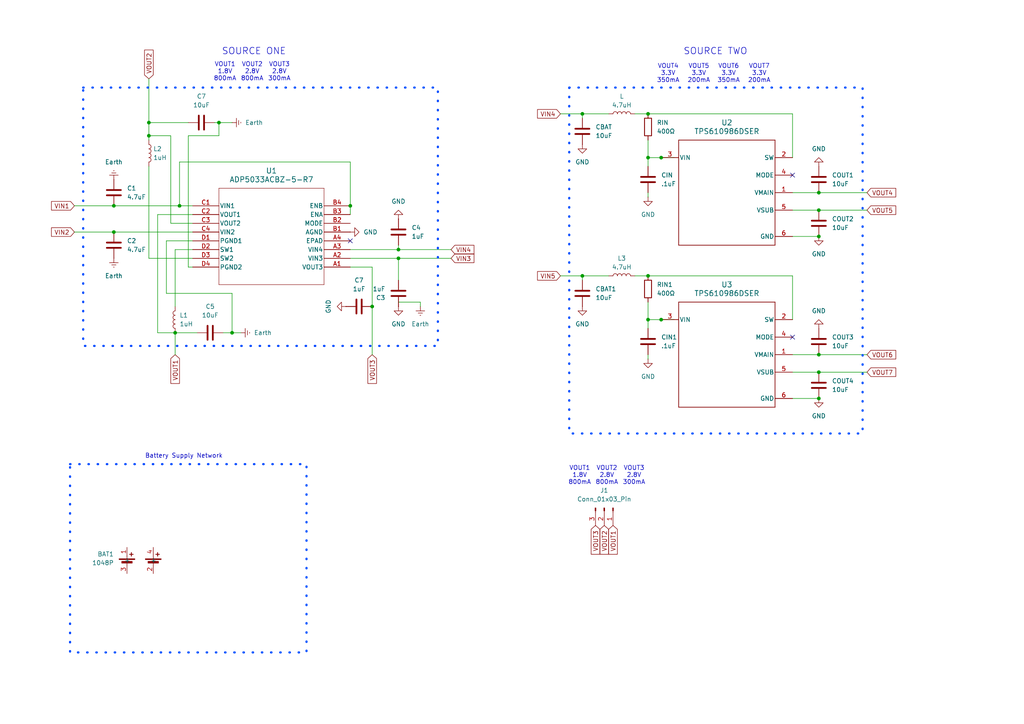
<source format=kicad_sch>
(kicad_sch (version 20231120) (generator "eeschema") (generator_version "8.0")
  (paper "A4")
  (lib_symbols
    (symbol "Avionics (1):1048P"
      (property "Reference" "BAT" (at 0 0 0))
      (property "Value" "1048P" (at 0 3.81 0))
      (symbol "1048P_0_1"
        (rectangle (start -6.096 0.508) (end -1.524 0.254) (fill (type outline)))
        (rectangle (start -5.334 -0.254) (end -2.286 -0.762) (fill (type outline)))
        (polyline (pts (xy -3.81 -0.508) (xy -3.81 -1.27)))
        (polyline (pts (xy -3.81 0.508) (xy -3.81 1.27)))
        (polyline (pts (xy -3.048 1.778) (xy -2.032 1.778)) (stroke (width 0.254)))
        (polyline (pts (xy -2.54 2.286) (xy -2.54 1.27)) (stroke (width 0.254)))
        (polyline (pts (xy 3.81 -0.508) (xy 3.81 -1.27)))
        (polyline (pts (xy 3.81 0.508) (xy 3.81 1.27)))
        (polyline (pts (xy 4.572 1.778) (xy 5.588 1.778)) (stroke (width 0.254)))
        (polyline (pts (xy 5.08 2.286) (xy 5.08 1.27)) (stroke (width 0.254)))
        (rectangle (start 1.524 0.508) (end 6.096 0.254) (fill (type outline)))
        (rectangle (start 2.286 -0.254) (end 5.334 -0.762) (fill (type outline)))
      )
      (symbol "1048P_1_1"
        (pin passive line (at -3.81 3.81 270) (length 2.54) (name "+") (number "1"))
        (pin passive line (at 3.81 -3.81 90) (length 2.54) (name "-") (number "2"))
        (pin passive line (at -3.81 -3.81 90) (length 2.54) (name "-") (number "3"))
        (pin passive line (at 3.81 3.81 270) (length 2.54) (name "+") (number "4"))
      )
    )
    (symbol "Avionics (1):ADP5033ACBZ-5-R7" (pin_names (offset 0.254))
      (property "Reference" "U" (at 22.86 10.16 0))
      (property "Value" "ADP5033ACBZ-5-R7" (at 22.86 7.62 0))
      (symbol "ADP5033ACBZ-5-R7_0_1"
        (polyline (pts (xy 7.62 -22.86) (xy 38.1 -22.86)) (stroke (width 0.127)))
        (polyline (pts (xy 7.62 5.08) (xy 7.62 -22.86)) (stroke (width 0.127)))
        (polyline (pts (xy 38.1 -22.86) (xy 38.1 5.08)) (stroke (width 0.127)))
        (polyline (pts (xy 38.1 5.08) (xy 7.62 5.08)) (stroke (width 0.127)))
        (pin output line (at 0 0 0) (length 7.62) (name "VOUT3") (number "A1"))
        (pin input line (at 0 -2.54 0) (length 7.62) (name "VIN3") (number "A2"))
        (pin input line (at 0 -5.08 0) (length 7.62) (name "VIN4") (number "A3"))
        (pin unspecified line (at 0 -7.62 0) (length 7.62) (name "EPAD") (number "A4"))
        (pin power_out line (at 0 -10.16 0) (length 7.62) (name "AGND") (number "B1"))
        (pin unspecified line (at 0 -12.7 0) (length 7.62) (name "MODE") (number "B2"))
        (pin unspecified line (at 0 -15.24 0) (length 7.62) (name "ENA") (number "B3"))
        (pin unspecified line (at 0 -17.78 0) (length 7.62) (name "ENB") (number "B4"))
        (pin input line (at 45.72 -17.78 180) (length 7.62) (name "VIN1") (number "C1"))
        (pin output line (at 45.72 -15.24 180) (length 7.62) (name "VOUT1") (number "C2"))
        (pin output line (at 45.72 -12.7 180) (length 7.62) (name "VOUT2") (number "C3"))
        (pin input line (at 45.72 -10.16 180) (length 7.62) (name "VIN2") (number "C4"))
        (pin power_out line (at 45.72 -7.62 180) (length 7.62) (name "PGND1") (number "D1"))
        (pin bidirectional line (at 45.72 -5.08 180) (length 7.62) (name "SW1") (number "D2"))
        (pin bidirectional line (at 45.72 -2.54 180) (length 7.62) (name "SW2") (number "D3"))
        (pin power_out line (at 45.72 0 180) (length 7.62) (name "PGND2") (number "D4"))
      )
    )
    (symbol "Avionics (1):TPS610986DSER" (pin_names (offset 0.254))
      (property "Reference" "U" (at 0 2.54 0))
      (property "Value" "TPS610986DSER" (at 0 0 0))
      (symbol "TPS610986DSER_0_1"
        (polyline (pts (xy -12.7 -15.24) (xy 15.24 -15.24)) (stroke (width 0.2032)))
        (polyline (pts (xy -12.7 15.24) (xy -12.7 -15.24)) (stroke (width 0.2032)))
        (polyline (pts (xy 15.24 -15.24) (xy 15.24 15.24)) (stroke (width 0.2032)))
        (polyline (pts (xy 15.24 15.24) (xy -12.7 15.24)) (stroke (width 0.2032)))
        (pin power_in line (at 20.32 0 180) (length 5.08) (name "VMAIN") (number "1"))
        (pin power_in line (at 20.32 10.16 180) (length 5.08) (name "SW") (number "2"))
        (pin power_in line (at -17.78 10.16 0) (length 5.08) (name "VIN") (number "3"))
        (pin input line (at 20.32 5.08 180) (length 5.08) (name "MODE") (number "4"))
        (pin power_in line (at 20.32 -5.08 180) (length 5.08) (name "VSUB") (number "5"))
        (pin power_in line (at 20.32 -12.7 180) (length 5.08) (name "GND") (number "6"))
      )
    )
    (symbol "Connector:Conn_01x03_Pin" (pin_names (offset 1.016) hide)
      (property "Reference" "J" (at 0 5.08 0))
      (property "Value" "Conn_01x03_Pin" (at 0 -5.08 0))
      (symbol "Conn_01x03_Pin_1_1"
        (polyline (pts (xy 1.27 -2.54) (xy 0.8636 -2.54)) (stroke (width 0.1524)))
        (polyline (pts (xy 1.27 0) (xy 0.8636 0)) (stroke (width 0.1524)))
        (polyline (pts (xy 1.27 2.54) (xy 0.8636 2.54)) (stroke (width 0.1524)))
        (rectangle (start 0.8636 -2.413) (end 0 -2.667) (stroke (width 0.1524)) (fill (type outline)))
        (rectangle (start 0.8636 0.127) (end 0 -0.127) (stroke (width 0.1524)) (fill (type outline)))
        (rectangle (start 0.8636 2.667) (end 0 2.413) (stroke (width 0.1524)) (fill (type outline)))
        (pin passive line (at 5.08 2.54 180) (length 3.81) (name "Pin_1") (number "1"))
        (pin passive line (at 5.08 0 180) (length 3.81) (name "Pin_2") (number "2"))
        (pin passive line (at 5.08 -2.54 180) (length 3.81) (name "Pin_3") (number "3"))
      )
    )
    (symbol "Device:C" (pin_numbers hide) (pin_names (offset 0.254))
      (property "Reference" "C" (at 0.635 2.54 0))
      (property "Value" "C" (at 0.635 -2.54 0))
      (symbol "C_0_1"
        (polyline (pts (xy -2.032 -0.762) (xy 2.032 -0.762)) (stroke (width 0.508)))
        (polyline (pts (xy -2.032 0.762) (xy 2.032 0.762)) (stroke (width 0.508)))
      )
      (symbol "C_1_1"
        (pin passive line (at 0 3.81 270) (length 2.794) (name "~") (number "1"))
        (pin passive line (at 0 -3.81 90) (length 2.794) (name "~") (number "2"))
      )
    )
    (symbol "Device:L" (pin_numbers hide) (pin_names (offset 1.016) hide)
      (property "Reference" "L" (at -1.27 0 90))
      (property "Value" "L" (at 1.905 0 90))
      (symbol "L_0_1"
        (arc (start 0 -2.54) (mid 0.6323 -1.905) (end 0 -1.27))
        (arc (start 0 -1.27) (mid 0.6323 -0.635) (end 0 0))
        (arc (start 0 0) (mid 0.6323 0.635) (end 0 1.27))
        (arc (start 0 1.27) (mid 0.6323 1.905) (end 0 2.54))
      )
      (symbol "L_1_1"
        (pin passive line (at 0 3.81 270) (length 1.27) (name "1") (number "1"))
        (pin passive line (at 0 -3.81 90) (length 1.27) (name "2") (number "2"))
      )
    )
    (symbol "Device:R" (pin_numbers hide) (pin_names (offset 0))
      (property "Reference" "R" (at 2.032 0 90))
      (property "Value" "R" (at 0 0 90))
      (symbol "R_0_1"
        (rectangle (start -1.016 -2.54) (end 1.016 2.54) (stroke (width 0.254)))
      )
      (symbol "R_1_1"
        (pin passive line (at 0 3.81 270) (length 1.27) (name "~") (number "1"))
        (pin passive line (at 0 -3.81 90) (length 1.27) (name "~") (number "2"))
      )
    )
    (symbol "power:Earth" (power) (pin_numbers hide) (pin_names (offset 0) hide)
      (property "Value" "Earth" (at 0 -3.81 0))
      (symbol "Earth_0_1"
        (polyline (pts (xy -0.635 -1.905) (xy 0.635 -1.905)))
        (polyline (pts (xy -0.127 -2.54) (xy 0.127 -2.54)))
        (polyline (pts (xy 0 -1.27) (xy 0 0)))
        (polyline (pts (xy 1.27 -1.27) (xy -1.27 -1.27)))
      )
      (symbol "Earth_1_1"
        (pin power_in line (at 0 0 270) (length 0) (name "~") (number "1"))
      )
    )
    (symbol "power:GND" (power) (pin_numbers hide) (pin_names (offset 0) hide)
      (property "Value" "GND" (at 0 -3.81 0))
      (symbol "GND_0_1"
        (polyline (pts (xy 0 0) (xy 0 -1.27) (xy 1.27 -1.27) (xy 0 -2.54) (xy -1.27 -1.27) (xy 0 -1.27)))
      )
      (symbol "GND_1_1"
        (pin power_in line (at 0 0 270) (length 0) (name "~") (number "1"))
      )
    )
  )
  (junction (at 237.49 55.88))
  (junction (at 191.77 92.71))
  (junction (at 101.6 59.69))
  (junction (at 237.49 107.95))
  (junction (at 237.49 102.87))
  (junction (at 43.18 35.56))
  (junction (at 115.57 72.39))
  (junction (at 168.91 33.02))
  (junction (at 63.5 35.56))
  (junction (at 237.49 68.58))
  (junction (at 43.18 39.37))
  (junction (at 187.96 45.72))
  (junction (at 191.77 45.72))
  (junction (at 187.96 33.02))
  (junction (at 107.95 88.9))
  (junction (at 187.96 92.71))
  (junction (at 168.91 80.01))
  (junction (at 115.57 74.93))
  (junction (at 33.02 67.31))
  (junction (at 67.31 96.52))
  (junction (at 237.49 60.96))
  (junction (at 33.02 59.69))
  (junction (at 187.96 80.01))
  (junction (at 50.8 96.52))
  (junction (at 237.49 115.57))
  (junction (at 52.07 59.69))
  (no_connect (at 101.6 69.85))
  (no_connect (at 229.87 50.8))
  (no_connect (at 229.87 97.79))
  (wire (pts (xy 168.91 80.01) (xy 168.91 81.28)))
  (wire (pts (xy 229.87 68.58) (xy 237.49 68.58)))
  (wire (pts (xy 107.95 77.47) (xy 107.95 88.9)))
  (wire (pts (xy 54.61 39.37) (xy 63.5 39.37)))
  (wire (pts (xy 55.88 74.93) (xy 43.18 74.93)))
  (wire (pts (xy 43.18 39.37) (xy 49.53 39.37)))
  (wire (pts (xy 69.85 96.52) (xy 67.31 96.52)))
  (wire (pts (xy 48.26 69.85) (xy 48.26 85.09)))
  (wire (pts (xy 184.15 80.01) (xy 187.96 80.01)))
  (wire (pts (xy 229.87 92.71) (xy 229.87 80.01)))
  (wire (pts (xy 187.96 33.02) (xy 229.87 33.02)))
  (wire (pts (xy 55.88 77.47) (xy 54.61 77.47)))
  (wire (pts (xy 33.02 67.31) (xy 55.88 67.31)))
  (wire (pts (xy 50.8 96.52) (xy 57.15 96.52)))
  (wire (pts (xy 101.6 46.99) (xy 52.07 46.99)))
  (wire (pts (xy 168.91 33.02) (xy 168.91 34.29)))
  (wire (pts (xy 115.57 72.39) (xy 130.81 72.39)))
  (wire (pts (xy 49.53 39.37) (xy 49.53 64.77)))
  (wire (pts (xy 187.96 92.71) (xy 187.96 95.25)))
  (wire (pts (xy 48.26 85.09) (xy 67.31 85.09)))
  (wire (pts (xy 45.72 62.23) (xy 45.72 96.52)))
  (wire (pts (xy 162.56 80.01) (xy 168.91 80.01)))
  (wire (pts (xy 52.07 46.99) (xy 52.07 59.69)))
  (wire (pts (xy 52.07 59.69) (xy 55.88 59.69)))
  (wire (pts (xy 50.8 72.39) (xy 50.8 88.9)))
  (wire (pts (xy 55.88 72.39) (xy 50.8 72.39)))
  (wire (pts (xy 195.58 92.71) (xy 191.77 92.71)))
  (wire (pts (xy 33.02 59.69) (xy 52.07 59.69)))
  (wire (pts (xy 101.6 74.93) (xy 115.57 74.93)))
  (wire (pts (xy 101.6 62.23) (xy 101.6 59.69)))
  (wire (pts (xy 168.91 33.02) (xy 176.53 33.02)))
  (wire (pts (xy 229.87 45.72) (xy 229.87 33.02)))
  (wire (pts (xy 237.49 55.88) (xy 251.46 55.88)))
  (wire (pts (xy 115.57 71.12) (xy 115.57 72.39)))
  (wire (pts (xy 21.59 59.69) (xy 33.02 59.69)))
  (wire (pts (xy 187.96 40.64) (xy 187.96 45.72)))
  (wire (pts (xy 55.88 69.85) (xy 48.26 69.85)))
  (wire (pts (xy 187.96 102.87) (xy 187.96 104.14)))
  (wire (pts (xy 67.31 96.52) (xy 64.77 96.52)))
  (wire (pts (xy 237.49 60.96) (xy 251.46 60.96)))
  (wire (pts (xy 21.59 67.31) (xy 33.02 67.31)))
  (wire (pts (xy 187.96 55.88) (xy 187.96 57.15)))
  (wire (pts (xy 115.57 74.93) (xy 115.57 81.28)))
  (wire (pts (xy 229.87 115.57) (xy 237.49 115.57)))
  (wire (pts (xy 184.15 33.02) (xy 187.96 33.02)))
  (wire (pts (xy 187.96 92.71) (xy 191.77 92.71)))
  (wire (pts (xy 101.6 77.47) (xy 107.95 77.47)))
  (wire (pts (xy 187.96 80.01) (xy 229.87 80.01)))
  (wire (pts (xy 121.92 87.63) (xy 115.57 87.63)))
  (wire (pts (xy 187.96 45.72) (xy 187.96 48.26)))
  (wire (pts (xy 67.31 85.09) (xy 67.31 96.52)))
  (wire (pts (xy 229.87 107.95) (xy 237.49 107.95)))
  (wire (pts (xy 237.49 107.95) (xy 251.46 107.95)))
  (wire (pts (xy 187.96 45.72) (xy 191.77 45.72)))
  (wire (pts (xy 55.88 62.23) (xy 45.72 62.23)))
  (wire (pts (xy 107.95 88.9) (xy 107.95 102.87)))
  (wire (pts (xy 237.49 102.87) (xy 251.46 102.87)))
  (wire (pts (xy 55.88 64.77) (xy 49.53 64.77)))
  (wire (pts (xy 121.92 88.9) (xy 121.92 87.63)))
  (wire (pts (xy 54.61 39.37) (xy 54.61 77.47)))
  (wire (pts (xy 50.8 96.52) (xy 50.8 102.87)))
  (wire (pts (xy 162.56 33.02) (xy 168.91 33.02)))
  (wire (pts (xy 168.91 80.01) (xy 176.53 80.01)))
  (wire (pts (xy 115.57 74.93) (xy 130.81 74.93)))
  (wire (pts (xy 229.87 102.87) (xy 237.49 102.87)))
  (wire (pts (xy 43.18 39.37) (xy 43.18 40.64)))
  (wire (pts (xy 43.18 39.37) (xy 43.18 35.56)))
  (wire (pts (xy 229.87 55.88) (xy 237.49 55.88)))
  (wire (pts (xy 101.6 72.39) (xy 115.57 72.39)))
  (wire (pts (xy 62.23 35.56) (xy 63.5 35.56)))
  (wire (pts (xy 43.18 22.86) (xy 43.18 35.56)))
  (wire (pts (xy 43.18 48.26) (xy 43.18 74.93)))
  (wire (pts (xy 63.5 39.37) (xy 63.5 35.56)))
  (wire (pts (xy 63.5 35.56) (xy 67.31 35.56)))
  (wire (pts (xy 43.18 35.56) (xy 54.61 35.56)))
  (wire (pts (xy 187.96 87.63) (xy 187.96 92.71)))
  (wire (pts (xy 101.6 59.69) (xy 101.6 46.99)))
  (wire (pts (xy 229.87 60.96) (xy 237.49 60.96)))
  (wire (pts (xy 195.58 45.72) (xy 191.77 45.72)))
  (wire (pts (xy 45.72 96.52) (xy 50.8 96.52)))
  (rectangle (start 20.32 134.62) (end 88.9 189.23) (stroke (width 0.635) (type dot) (color 0 66 255 1)))
  (rectangle (start 165.1 25.4) (end 250.19 125.73) (stroke (width 0.635) (type dot) (color 0 66 255 1)))
  (rectangle (start 24.13 25.4) (end 127 100.33) (stroke (width 0.635) (type dot) (color 0 66 255 1)))
  (text "VOUT1\n1.8V\n800mA\n" (at 65.278 20.828 0) (effects (font (size 1.27 1.27))))
  (text "SOURCE TWO" (at 207.518 14.986 0) (effects (font (size 1.905 1.905))))
  (text "Battery Supply Network\n" (at 53.34 132.334 0) (effects (font (size 1.27 1.27))))
  (text "VOUT6\n3.3V\n350mA" (at 211.328 21.336 0) (effects (font (size 1.27 1.27))))
  (text "VOUT3\n2.8V\n300mA\n" (at 81.026 20.828 0) (effects (font (size 1.27 1.27))))
  (text "VOUT2\n2.8V\n800mA\n" (at 176.022 137.922 0) (effects (font (size 1.27 1.27))))
  (text "VOUT4\n3.3V\n350mA" (at 193.802 21.336 0) (effects (font (size 1.27 1.27))))
  (text "VOUT7\n3.3V\n200mA\n\n" (at 220.218 22.352 0) (effects (font (size 1.27 1.27))))
  (text "VOUT2\n2.8V\n800mA\n" (at 73.152 20.828 0) (effects (font (size 1.27 1.27))))
  (text "SOURCE ONE" (at 73.66 14.986 0) (effects (font (size 1.905 1.905))))
  (text "VOUT3\n2.8V\n300mA\n" (at 183.896 137.922 0) (effects (font (size 1.27 1.27))))
  (text "VOUT5\n3.3V\n200mA\n\n" (at 202.692 22.352 0) (effects (font (size 1.27 1.27))))
  (text "VOUT1\n1.8V\n800mA\n" (at 168.148 137.922 0) (effects (font (size 1.27 1.27))))
  (global_label "VIN2" (shape input) (at 21.59 67.31 180) (property "Intersheetrefs" "${INTERSHEET_REFS}" (effects (hide yes))))
  (global_label "VIN3" (shape input) (at 130.81 74.93 0) (property "Intersheetrefs" "${INTERSHEET_REFS}" (effects (hide yes))))
  (global_label "VIN1" (shape input) (at 21.59 59.69 180) (property "Intersheetrefs" "${INTERSHEET_REFS}" (effects (hide yes))))
  (global_label "VOUT3" (shape input) (at 172.72 152.4 270) (property "Intersheetrefs" "${INTERSHEET_REFS}" (effects (hide yes))))
  (global_label "VIN5" (shape input) (at 162.56 80.01 180) (property "Intersheetrefs" "${INTERSHEET_REFS}" (effects (hide yes))))
  (global_label "VOUT1" (shape input) (at 50.8 102.87 270) (property "Intersheetrefs" "${INTERSHEET_REFS}" (effects (hide yes))))
  (global_label "VOUT6" (shape input) (at 251.46 102.87 0) (property "Intersheetrefs" "${INTERSHEET_REFS}" (effects (hide yes))))
  (global_label "VOUT2" (shape input) (at 43.18 22.86 90) (property "Intersheetrefs" "${INTERSHEET_REFS}" (effects (hide yes))))
  (global_label "VOUT1" (shape input) (at 177.8 152.4 270) (property "Intersheetrefs" "${INTERSHEET_REFS}" (effects (hide yes))))
  (global_label "VIN4" (shape input) (at 162.56 33.02 180) (property "Intersheetrefs" "${INTERSHEET_REFS}" (effects (hide yes))))
  (global_label "VOUT3" (shape input) (at 107.95 102.87 270) (property "Intersheetrefs" "${INTERSHEET_REFS}" (effects (hide yes))))
  (global_label "VOUT4" (shape input) (at 251.46 55.88 0) (property "Intersheetrefs" "${INTERSHEET_REFS}" (effects (hide yes))))
  (global_label "VOUT2" (shape input) (at 175.26 152.4 270) (property "Intersheetrefs" "${INTERSHEET_REFS}" (effects (hide yes))))
  (global_label "VOUT7" (shape input) (at 251.46 107.95 0) (property "Intersheetrefs" "${INTERSHEET_REFS}" (effects (hide yes))))
  (global_label "VIN4" (shape input) (at 130.81 72.39 0) (property "Intersheetrefs" "${INTERSHEET_REFS}" (effects (hide yes))))
  (global_label "VOUT5" (shape input) (at 251.46 60.96 0) (property "Intersheetrefs" "${INTERSHEET_REFS}" (effects (hide yes))))
  (symbol (lib_id "Device:C") (at 168.91 38.1 0) (unit 1)
    (property "Reference" "CBAT" (at 172.72 36.8299 0) (effects (justify left)))
    (property "Value" "10uF" (at 172.72 39.3699 0) (effects (justify left)))
    (property "Description" "Unpolarized capacitor" (effects (hide yes)))
  )
  (symbol (lib_id "power:GND") (at 115.57 63.5 180) (unit 1)
    (property "Reference" "#PWR05" (effects (hide yes)))
    (property "Value" "GND" (at 115.57 58.42 0))
    (property "Description" "Power symbol creates a global label with name \"GND\" , ground" (effects (hide yes)))
  )
  (symbol (lib_id "Device:R") (at 187.96 83.82 0) (unit 1)
    (property "Reference" "RIN1" (at 190.5 82.5499 0) (effects (justify left)))
    (property "Value" "400Ω" (at 190.5 85.0899 0) (effects (justify left)))
    (property "Description" "Resistor" (effects (hide yes)))
  )
  (symbol (lib_id "power:GND") (at 101.6 67.31 90) (unit 1)
    (property "Reference" "#PWR07" (effects (hide yes)))
    (property "Value" "GND" (at 105.41 67.3099 90) (effects (justify right)))
    (property "Description" "Power symbol creates a global label with name \"GND\" , ground" (effects (hide yes)))
  )
  (symbol (lib_id "Device:L") (at 50.8 92.71 180) (unit 1)
    (property "Reference" "L1" (at 52.07 91.4399 0) (effects (justify right)))
    (property "Value" "1uH" (at 52.07 93.9799 0) (effects (justify right)))
    (property "Description" "Inductor" (effects (hide yes)))
  )
  (symbol (lib_id "Device:C") (at 187.96 99.06 0) (unit 1)
    (property "Reference" "CIN1" (at 191.77 97.7899 0) (effects (justify left)))
    (property "Value" ".1uF" (at 191.77 100.3299 0) (effects (justify left)))
    (property "Description" "Unpolarized capacitor" (effects (hide yes)))
  )
  (symbol (lib_id "power:Earth") (at 67.31 35.56 90) (unit 1)
    (property "Reference" "#PWR08" (effects (hide yes)))
    (property "Value" "Earth" (at 71.12 35.5599 90) (effects (justify right)))
    (property "Description" "Power symbol creates a global label with name \"Earth\"" (effects (hide yes)))
  )
  (symbol (lib_id "Avionics (1):ADP5033ACBZ-5-R7") (at 101.6 77.47 180) (unit 1)
    (property "Reference" "U1" (at 78.74 49.53 0) (effects (font (size 1.524 1.524))))
    (property "Value" "ADP5033ACBZ-5-R7" (at 78.74 52.07 0) (effects (font (size 1.524 1.524))))
    (property "Footprint" "CB_16_8_ADI" (effects (hide yes)))
    (property "Datasheet" "ADP5033ACBZ-5-R7" (effects (hide yes)))
  )
  (symbol (lib_id "Device:C") (at 60.96 96.52 270) (unit 1)
    (property "Reference" "C5" (at 60.96 88.9 90))
    (property "Value" "10uF" (at 60.96 91.44 90))
    (property "Description" "Unpolarized capacitor" (effects (hide yes)))
  )
  (symbol (lib_id "Device:L") (at 180.34 33.02 90) (unit 1)
    (property "Reference" "L" (at 180.34 27.94 90))
    (property "Value" "4.7uH" (at 180.34 30.48 90))
    (property "Description" "Inductor" (effects (hide yes)))
  )
  (symbol (lib_id "Device:C") (at 187.96 52.07 0) (unit 1)
    (property "Reference" "CIN" (at 191.77 50.7999 0) (effects (justify left)))
    (property "Value" ".1uF" (at 191.77 53.3399 0) (effects (justify left)))
    (property "Description" "Unpolarized capacitor" (effects (hide yes)))
  )
  (symbol (lib_id "power:GND") (at 237.49 48.26 180) (unit 1)
    (property "Reference" "#PWR012" (effects (hide yes)))
    (property "Value" "GND" (at 237.49 43.18 0))
    (property "Description" "Power symbol creates a global label with name \"GND\" , ground" (effects (hide yes)))
  )
  (symbol (lib_id "Device:C") (at 237.49 64.77 0) (unit 1)
    (property "Reference" "COUT2" (at 241.3 63.4999 0) (effects (justify left)))
    (property "Value" "10uF" (at 241.3 66.0399 0) (effects (justify left)))
    (property "Description" "Unpolarized capacitor" (effects (hide yes)))
  )
  (symbol (lib_id "Device:L") (at 180.34 80.01 90) (unit 1)
    (property "Reference" "L3" (at 180.34 74.93 90))
    (property "Value" "4.7uH" (at 180.34 77.47 90))
    (property "Description" "Inductor" (effects (hide yes)))
  )
  (symbol (lib_id "power:GND") (at 187.96 104.14 0) (unit 1)
    (property "Reference" "#PWR015" (effects (hide yes)))
    (property "Value" "GND" (at 187.96 109.22 0))
    (property "Description" "Power symbol creates a global label with name \"GND\" , ground" (effects (hide yes)))
  )
  (symbol (lib_id "Avionics (1):1048P") (at 40.64 162.56 0) (unit 1)
    (property "Reference" "BAT1" (at 33.02 160.7184 0) (effects (justify right)))
    (property "Value" "1048P" (at 33.02 163.2584 0) (effects (justify right)))
  )
  (symbol (lib_id "power:GND") (at 237.49 68.58 0) (unit 1)
    (property "Reference" "#PWR013" (effects (hide yes)))
    (property "Value" "GND" (at 237.49 73.66 0))
    (property "Description" "Power symbol creates a global label with name \"GND\" , ground" (effects (hide yes)))
  )
  (symbol (lib_id "Device:C") (at 237.49 111.76 0) (unit 1)
    (property "Reference" "COUT4" (at 241.3 110.4899 0) (effects (justify left)))
    (property "Value" "10uF" (at 241.3 113.0299 0) (effects (justify left)))
    (property "Description" "Unpolarized capacitor" (effects (hide yes)))
  )
  (symbol (lib_id "power:GND") (at 187.96 57.15 0) (unit 1)
    (property "Reference" "#PWR011" (effects (hide yes)))
    (property "Value" "GND" (at 187.96 62.23 0))
    (property "Description" "Power symbol creates a global label with name \"GND\" , ground" (effects (hide yes)))
  )
  (symbol (lib_id "power:Earth") (at 33.02 52.07 180) (unit 1)
    (property "Reference" "#PWR04" (effects (hide yes)))
    (property "Value" "Earth" (at 33.02 46.99 0))
    (property "Description" "Power symbol creates a global label with name \"Earth\"" (effects (hide yes)))
  )
  (symbol (lib_id "Device:C") (at 237.49 99.06 180) (unit 1)
    (property "Reference" "COUT3" (at 241.3 97.7899 0) (effects (justify right)))
    (property "Value" "10uF" (at 241.3 100.3299 0) (effects (justify right)))
    (property "Description" "Unpolarized capacitor" (effects (hide yes)))
  )
  (symbol (lib_id "power:GND") (at 115.57 88.9 0) (unit 1)
    (property "Reference" "#PWR03" (effects (hide yes)))
    (property "Value" "GND" (at 115.57 93.98 0))
    (property "Description" "Power symbol creates a global label with name \"GND\" , ground" (effects (hide yes)))
  )
  (symbol (lib_id "Device:L") (at 43.18 44.45 0) (unit 1)
    (property "Reference" "L2" (at 44.45 43.1799 0) (effects (justify left)))
    (property "Value" "1uH" (at 44.45 45.7199 0) (effects (justify left)))
    (property "Description" "Inductor" (effects (hide yes)))
  )
  (symbol (lib_id "Device:C") (at 33.02 55.88 180) (unit 1)
    (property "Reference" "C1" (at 36.83 54.6099 0) (effects (justify right)))
    (property "Value" "4.7uF" (at 36.83 57.1499 0) (effects (justify right)))
    (property "Description" "Unpolarized capacitor" (effects (hide yes)))
  )
  (symbol (lib_id "Device:C") (at 168.91 85.09 0) (unit 1)
    (property "Reference" "CBAT1" (at 172.72 83.8199 0) (effects (justify left)))
    (property "Value" "10uF" (at 172.72 86.3599 0) (effects (justify left)))
    (property "Description" "Unpolarized capacitor" (effects (hide yes)))
  )
  (symbol (lib_id "Connector:Conn_01x03_Pin") (at 175.26 147.32 270) (unit 1)
    (property "Reference" "J1" (at 175.26 142.24 90))
    (property "Value" "Conn_01x03_Pin" (at 175.26 144.78 90))
    (property "Description" "Generic connector, single row, 01x03, script generated" (effects (hide yes)))
  )
  (symbol (lib_id "Device:C") (at 33.02 71.12 0) (unit 1)
    (property "Reference" "C2" (at 36.83 69.8499 0) (effects (justify left)))
    (property "Value" "4.7uF" (at 36.83 72.3899 0) (effects (justify left)))
    (property "Description" "Unpolarized capacitor" (effects (hide yes)))
  )
  (symbol (lib_id "power:GND") (at 237.49 115.57 0) (unit 1)
    (property "Reference" "#PWR017" (effects (hide yes)))
    (property "Value" "GND" (at 237.49 120.65 0))
    (property "Description" "Power symbol creates a global label with name \"GND\" , ground" (effects (hide yes)))
  )
  (symbol (lib_id "Device:C") (at 115.57 85.09 0) (unit 1)
    (property "Reference" "C3" (at 111.76 86.3601 0) (effects (justify right)))
    (property "Value" "1uF" (at 111.76 83.8201 0) (effects (justify right)))
    (property "Description" "Unpolarized capacitor" (effects (hide yes)))
  )
  (symbol (lib_id "power:GND") (at 237.49 95.25 180) (unit 1)
    (property "Reference" "#PWR016" (effects (hide yes)))
    (property "Value" "GND" (at 237.49 90.17 0))
    (property "Description" "Power symbol creates a global label with name \"GND\" , ground" (effects (hide yes)))
  )
  (symbol (lib_id "power:Earth") (at 121.92 88.9 0) (unit 1)
    (property "Reference" "#PWR02" (effects (hide yes)))
    (property "Value" "Earth" (at 121.92 93.98 0))
    (property "Description" "Power symbol creates a global label with name \"Earth\"" (effects (hide yes)))
  )
  (symbol (lib_id "Device:C") (at 58.42 35.56 270) (unit 1)
    (property "Reference" "C7" (at 58.42 27.94 90))
    (property "Value" "10uF" (at 58.42 30.48 90))
    (property "Description" "Unpolarized capacitor" (effects (hide yes)))
  )
  (symbol (lib_id "Device:C") (at 115.57 67.31 180) (unit 1)
    (property "Reference" "C4" (at 119.38 66.0399 0) (effects (justify right)))
    (property "Value" "1uF" (at 119.38 68.5799 0) (effects (justify right)))
    (property "Description" "Unpolarized capacitor" (effects (hide yes)))
  )
  (symbol (lib_id "power:GND") (at 168.91 41.91 0) (unit 1)
    (property "Reference" "#PWR010" (effects (hide yes)))
    (property "Value" "GND" (at 168.91 46.99 0))
    (property "Description" "Power symbol creates a global label with name \"GND\" , ground" (effects (hide yes)))
  )
  (symbol (lib_id "power:GND") (at 100.33 88.9 270) (unit 1)
    (property "Reference" "#PWR09" (effects (hide yes)))
    (property "Value" "GND" (at 95.25 88.9 0))
    (property "Description" "Power symbol creates a global label with name \"GND\" , ground" (effects (hide yes)))
  )
  (symbol (lib_id "power:Earth") (at 33.02 74.93 0) (unit 1)
    (property "Reference" "#PWR01" (effects (hide yes)))
    (property "Value" "Earth" (at 33.02 80.01 0))
    (property "Description" "Power symbol creates a global label with name \"Earth\"" (effects (hide yes)))
  )
  (symbol (lib_id "power:Earth") (at 69.85 96.52 90) (unit 1)
    (property "Reference" "#PWR06" (effects (hide yes)))
    (property "Value" "Earth" (at 73.66 96.5199 90) (effects (justify right)))
    (property "Description" "Power symbol creates a global label with name \"Earth\"" (effects (hide yes)))
  )
  (symbol (lib_id "power:GND") (at 168.91 88.9 0) (unit 1)
    (property "Reference" "#PWR014" (effects (hide yes)))
    (property "Value" "GND" (at 168.91 93.98 0))
    (property "Description" "Power symbol creates a global label with name \"GND\" , ground" (effects (hide yes)))
  )
  (symbol (lib_id "Device:C") (at 237.49 52.07 180) (unit 1)
    (property "Reference" "COUT1" (at 241.3 50.7999 0) (effects (justify right)))
    (property "Value" "10uF" (at 241.3 53.3399 0) (effects (justify right)))
    (property "Description" "Unpolarized capacitor" (effects (hide yes)))
  )
  (symbol (lib_id "Avionics (1):TPS610986DSER") (at 209.55 55.88 0) (unit 1)
    (property "Reference" "U2" (at 210.82 35.56 0) (effects (font (size 1.524 1.524))))
    (property "Value" "TPS610986DSER" (at 210.82 38.1 0) (effects (font (size 1.524 1.524))))
    (property "Footprint" "DSE0006A" (effects (hide yes)))
    (property "Datasheet" "TPS610986DSER" (effects (hide yes)))
  )
  (symbol (lib_id "Device:R") (at 187.96 36.83 0) (unit 1)
    (property "Reference" "RIN" (at 190.5 35.5599 0) (effects (justify left)))
    (property "Value" "400Ω" (at 190.5 38.0999 0) (effects (justify left)))
    (property "Description" "Resistor" (effects (hide yes)))
  )
  (symbol (lib_id "Device:C") (at 104.14 88.9 90) (unit 1)
    (property "Reference" "C7" (at 104.14 81.28 90))
    (property "Value" "1uF" (at 104.14 83.82 90))
    (property "Description" "Unpolarized capacitor" (effects (hide yes)))
  )
  (symbol (lib_id "Avionics (1):TPS610986DSER") (at 209.55 102.87 0) (unit 1)
    (property "Reference" "U3" (at 210.82 82.55 0) (effects (font (size 1.524 1.524))))
    (property "Value" "TPS610986DSER" (at 210.82 85.09 0) (effects (font (size 1.524 1.524))))
    (property "Footprint" "DSE0006A" (effects (hide yes)))
    (property "Datasheet" "TPS610986DSER" (effects (hide yes)))
  )
)
</source>
